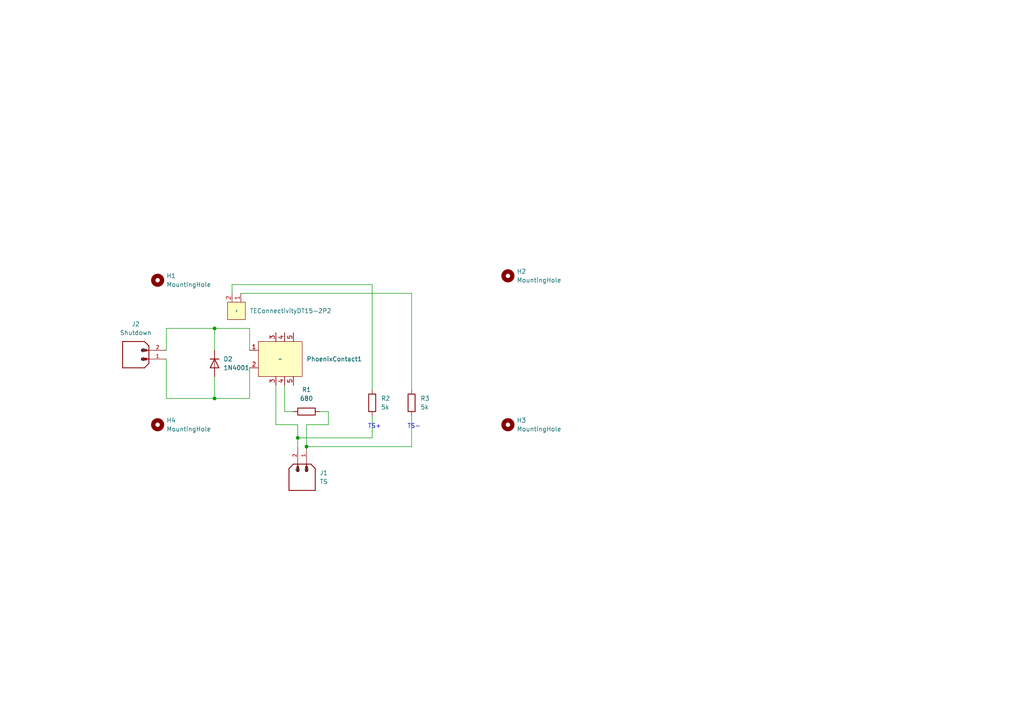
<source format=kicad_sch>
(kicad_sch (version 20230121) (generator eeschema)
  (paper "A4")
  (lib_symbols
    (symbol "Device:R" (pin_numbers hide) (pin_names (offset 0))
      (property "Reference" "R" (at 2.032 0 90))
      (property "Value" "R" (at 0 0 90))
      (symbol "R_0_1"
        (rectangle (start -1.016 -2.54) (end 1.016 2.54) (stroke (width 0.254)))
      )
      (symbol "R_1_1"
        (pin passive line (at 0 3.81 270) (length 1.27) (name "~") (number "1"))
        (pin passive line (at 0 -3.81 90) (length 1.27) (name "~") (number "2"))
      )
    )
    (symbol "Diode:1N4001" (pin_numbers hide) (pin_names hide)
      (property "Reference" "D" (at 0 2.54 0))
      (property "Value" "1N4001" (at 0 -2.54 0))
      (symbol "1N4001_0_1"
        (polyline (pts (xy -1.27 1.27) (xy -1.27 -1.27)) (stroke (width 0.254)))
        (polyline (pts (xy 1.27 0) (xy -1.27 0)))
        (polyline (pts (xy 1.27 1.27) (xy 1.27 -1.27) (xy -1.27 0) (xy 1.27 1.27)) (stroke (width 0.254)))
      )
      (symbol "1N4001_1_1"
        (pin passive line (at -3.81 0 0) (length 2.54) (name "K") (number "1"))
        (pin passive line (at 3.81 0 180) (length 2.54) (name "A") (number "2"))
      )
    )
    (symbol "Discharge:2961309"
      (property "Reference" "PhoenixContact2961309" (at 0 0 0))
      (symbol "2961309_1_1"
        (rectangle (start -6.35 5.08) (end 6.35 -5.08) (fill (type background)))
        (pin passive line (at -8.89 2.54 0) (length 2.54) (name "") (number "1"))
        (pin passive line (at -8.89 -2.54 0) (length 2.54) (name "") (number "2"))
        (pin passive line (at -1.27 -7.62 90) (length 2.54) (name "") (number "3"))
        (pin passive line (at -1.27 7.62 270) (length 2.54) (name "") (number "3"))
        (pin passive line (at 1.27 -7.62 90) (length 2.54) (name "") (number "4"))
        (pin passive line (at 1.27 7.62 270) (length 2.54) (name "") (number "4"))
        (pin passive line (at 3.81 -7.62 90) (length 2.54) (name "") (number "5"))
        (pin passive line (at 3.81 7.62 270) (length 2.54) (name "") (number "5"))
      )
    )
    (symbol "Discharge:TE_Connectivity_DT15-2P"
      (property "Reference" "TEConnectivityDT15-2P" (at 0 5.08 0))
      (symbol "TE_Connectivity_DT15-2P_1_1"
        (rectangle (start -2.54 2.54) (end 2.54 -2.54) (fill (type background)))
        (pin input line (at -5.08 1.27 0) (length 2.54) (name "") (number "1"))
        (pin input line (at -5.08 -1.27 0) (length 2.54) (name "") (number "2"))
      )
    )
    (symbol "Mechanical:MountingHole" (pin_names (offset 1.016))
      (property "Reference" "H" (at 0 5.08 0))
      (property "Value" "MountingHole" (at 0 3.175 0))
      (symbol "MountingHole_0_1"
        (circle (center 0 0) (radius 1.27) (stroke (width 1.27)))
      )
    )
    (symbol "molex_1053091202:1053091202" (pin_names (offset 1.016))
      (property "Reference" "J" (at 0 3.81 0))
      (property "Value" "1053091202" (at 0 -7.62 0))
      (symbol "1053091202_0_0"
        (polyline (pts (xy 0 -3.81) (xy 1.27 -5.08)) (stroke (width 0.254)))
        (polyline (pts (xy 0 -2.54) (xy 1.905 -2.54)) (stroke (width 0.254)))
        (polyline (pts (xy 0 0) (xy 0 -3.81)) (stroke (width 0.254)))
        (polyline (pts (xy 0 0) (xy 1.905 0)) (stroke (width 0.254)))
        (polyline (pts (xy 0 1.27) (xy 0 0)) (stroke (width 0.254)))
        (polyline (pts (xy 0 1.27) (xy 1.27 2.54)) (stroke (width 0.254)))
        (polyline (pts (xy 1.27 -5.08) (xy 7.62 -5.08)) (stroke (width 0.254)))
        (polyline (pts (xy 7.62 -5.08) (xy 7.62 2.54)) (stroke (width 0.254)))
        (polyline (pts (xy 7.62 2.54) (xy 1.27 2.54)) (stroke (width 0.254)))
        (rectangle (start 0.635 -2.8575) (end 2.2225 -2.2225) (stroke (width 0.1)) (fill (type outline)))
        (rectangle (start 0.635 -0.3175) (end 2.2225 0.3175) (stroke (width 0.1)) (fill (type outline)))
        (pin passive line (at -5.08 0 0) (length 5.08) (name "1") (number "1"))
        (pin passive line (at -5.08 -2.54 0) (length 5.08) (name "2") (number "2"))
      )
    )
  )
  (junction (at 86.36 127))
  (junction (at 62.23 115.57))
  (junction (at 88.9 129.54))
  (junction (at 62.23 95.25))
  (wire (pts (xy 80.01 111.76) (xy 80.01 123.19)))
  (wire (pts (xy 80.01 123.19) (xy 86.36 123.19)))
  (wire (pts (xy 95.25 123.19) (xy 88.9 123.19)))
  (wire (pts (xy 86.36 127) (xy 86.36 129.54)))
  (wire (pts (xy 107.95 120.65) (xy 107.95 127)))
  (wire (pts (xy 62.23 95.25) (xy 72.39 95.25)))
  (wire (pts (xy 62.23 115.57) (xy 62.23 109.22)))
  (wire (pts (xy 107.95 82.55) (xy 107.95 113.03)))
  (wire (pts (xy 72.39 95.25) (xy 72.39 101.6)))
  (wire (pts (xy 95.25 119.38) (xy 92.71 119.38)))
  (wire (pts (xy 119.38 129.54) (xy 88.9 129.54)))
  (wire (pts (xy 67.31 85.09) (xy 67.31 82.55)))
  (wire (pts (xy 69.85 85.09) (xy 119.38 85.09)))
  (wire (pts (xy 67.31 82.55) (xy 107.95 82.55)))
  (wire (pts (xy 95.25 123.19) (xy 95.25 119.38)))
  (wire (pts (xy 85.09 119.38) (xy 82.55 119.38)))
  (wire (pts (xy 119.38 120.65) (xy 119.38 129.54)))
  (wire (pts (xy 88.9 123.19) (xy 88.9 129.54)))
  (wire (pts (xy 86.36 123.19) (xy 86.36 127)))
  (wire (pts (xy 107.95 127) (xy 86.36 127)))
  (wire (pts (xy 48.26 115.57) (xy 48.26 104.14)))
  (wire (pts (xy 62.23 95.25) (xy 62.23 101.6)))
  (wire (pts (xy 48.26 95.25) (xy 62.23 95.25)))
  (wire (pts (xy 48.26 115.57) (xy 62.23 115.57)))
  (wire (pts (xy 72.39 115.57) (xy 62.23 115.57)))
  (wire (pts (xy 48.26 95.25) (xy 48.26 101.6)))
  (wire (pts (xy 82.55 119.38) (xy 82.55 111.76)))
  (wire (pts (xy 119.38 85.09) (xy 119.38 113.03)))
  (wire (pts (xy 72.39 106.68) (xy 72.39 115.57)))
  (text "TS-" (at 118.11 124.46 0) (effects (font (size 1.27 1.27)) (justify left bottom)))
  (text "TS+" (at 106.68 124.46 0) (effects (font (size 1.27 1.27)) (justify left bottom)))
  (symbol (lib_id "Device:R") (at 88.9 119.38 90) (unit 1)
    (property "Reference" "R1" (at 88.9 113.03 90))
    (property "Value" "680" (at 88.9 115.57 90))
    (property "Footprint" "discharge:resistor" (effects hide))
  )
  (symbol (lib_id "Mechanical:MountingHole") (at 147.32 123.19 0) (unit 1)
    (property "Reference" "H3" (at 149.86 121.92 0) (effects (justify left)))
    (property "Value" "MountingHole" (at 149.86 124.46 0) (effects (justify left)))
    (property "Footprint" "discharge:hole" (effects hide))
  )
  (symbol (lib_id "molex_1053091202:1053091202") (at 43.18 104.14 180) (unit 1)
    (property "Reference" "J2" (at 39.37 93.98 0))
    (property "Value" "Shutdown" (at 39.37 96.52 0))
    (property "Footprint" "discharge:MOLEX_1053091202" (effects hide))
    (property "PARTREV" "H" (effects hide))
    (property "STANDARD" "Manufacturer Recommendations" (effects hide))
    (property "MAXIMUM_PACKAGE_HEIGHT" "10.51 mm" (effects hide))
    (property "MANUFACTURER" "Molex" (effects hide))
  )
  (symbol (lib_id "Device:R") (at 119.38 116.84 0) (unit 1)
    (property "Reference" "R3" (at 121.92 115.57 0) (effects (justify left)))
    (property "Value" "5k" (at 121.92 118.11 0) (effects (justify left)))
    (property "Footprint" "discharge:resistor_ts" (effects hide))
  )
  (symbol (lib_id "Mechanical:MountingHole") (at 45.72 123.19 0) (unit 1)
    (property "Reference" "H4" (at 48.26 121.92 0) (effects (justify left)))
    (property "Value" "MountingHole" (at 48.26 124.46 0) (effects (justify left)))
    (property "Footprint" "discharge:hole" (effects hide))
  )
  (symbol (lib_id "Discharge:2961309") (at 81.28 104.14 0) (unit 1)
    (property "Reference" "PhoenixContact1" (at 88.9 104.14 0) (effects (justify left)))
    (property "Value" "~" (at 81.28 104.14 0))
    (property "Footprint" "discharge:relay" (effects hide))
  )
  (symbol (lib_id "Diode:1N4001") (at 62.23 105.41 270) (unit 1)
    (property "Reference" "D2" (at 64.77 104.14 90) (effects (justify left)))
    (property "Value" "1N4001" (at 64.77 106.68 90) (effects (justify left)))
    (property "Footprint" "discharge:CONN2_DT15-2P_TEC" (effects hide))
    (property "Datasheet" "http://www.vishay.com/docs/88503/1n4001.pdf" (effects hide))
    (property "Sim.Device" "D" (effects hide))
    (property "Sim.Pins" "1=K 2=A" (effects hide))
  )
  (symbol (lib_id "Device:R") (at 107.95 116.84 0) (unit 1)
    (property "Reference" "R2" (at 110.49 115.57 0) (effects (justify left)))
    (property "Value" "5k" (at 110.49 118.11 0) (effects (justify left)))
    (property "Footprint" "discharge:resistor_ts" (effects hide))
  )
  (symbol (lib_id "molex_1053091202:1053091202") (at 88.9 134.62 270) (unit 1)
    (property "Reference" "J1" (at 92.71 137.16 90) (effects (justify left)))
    (property "Value" "TS" (at 92.71 139.7 90) (effects (justify left)))
    (property "Footprint" "discharge:MOLEX_1053091202" (effects hide))
    (property "PARTREV" "H" (effects hide))
    (property "STANDARD" "Manufacturer Recommendations" (effects hide))
    (property "MAXIMUM_PACKAGE_HEIGHT" "10.51 mm" (effects hide))
    (property "MANUFACTURER" "Molex" (effects hide))
  )
  (symbol (lib_id "Discharge:TE_Connectivity_DT15-2P") (at 68.58 90.17 270) (unit 1)
    (property "Reference" "TEConnectivityDT15-2P2" (at 72.39 90.17 90) (effects (justify left)))
    (property "Value" "~" (at 68.58 90.17 0))
    (property "Footprint" "discharge:CONN2_DT15-2P_TEC" (effects hide))
  )
  (symbol (lib_id "Mechanical:MountingHole") (at 45.72 81.28 0) (unit 1)
    (property "Reference" "H1" (at 48.26 80.01 0) (effects (justify left)))
    (property "Value" "MountingHole" (at 48.26 82.55 0) (effects (justify left)))
    (property "Footprint" "discharge:hole" (effects hide))
  )
  (symbol (lib_id "Mechanical:MountingHole") (at 147.32 80.01 0) (unit 1)
    (property "Reference" "H2" (at 149.86 78.74 0) (effects (justify left)))
    (property "Value" "MountingHole" (at 149.86 81.28 0) (effects (justify left)))
    (property "Footprint" "discharge:hole" (effects hide))
  )
)
</source>
